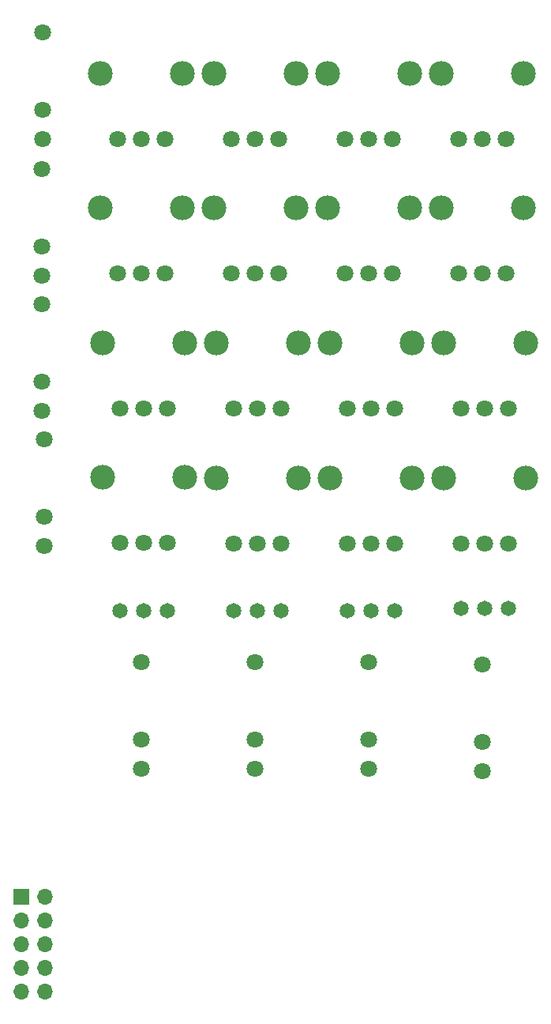
<source format=gbr>
G04 #@! TF.GenerationSoftware,KiCad,Pcbnew,(5.1.2-1)-1*
G04 #@! TF.CreationDate,2019-06-07T14:52:31+02:00*
G04 #@! TF.ProjectId,matrix-mixer-smt,6d617472-6978-42d6-9d69-7865722d736d,rev?*
G04 #@! TF.SameCoordinates,Original*
G04 #@! TF.FileFunction,Soldermask,Bot*
G04 #@! TF.FilePolarity,Negative*
%FSLAX46Y46*%
G04 Gerber Fmt 4.6, Leading zero omitted, Abs format (unit mm)*
G04 Created by KiCad (PCBNEW (5.1.2-1)-1) date 2019-06-07 14:52:31*
%MOMM*%
%LPD*%
G04 APERTURE LIST*
%ADD10C,1.800000*%
%ADD11C,1.803400*%
%ADD12C,2.667000*%
%ADD13R,1.700000X1.700000*%
%ADD14O,1.700000X1.700000*%
%ADD15C,1.651000*%
G04 APERTURE END LIST*
D10*
X58674000Y-86012000D03*
X58674000Y-97412000D03*
X58674000Y-94312000D03*
D11*
X108712163Y-111660243D03*
X106172163Y-111660243D03*
X103632163Y-111660243D03*
D12*
X101777963Y-104649843D03*
X110566363Y-104649843D03*
X98374363Y-104649843D03*
X89585963Y-104649843D03*
D11*
X91440163Y-111660243D03*
X93980163Y-111660243D03*
X96520163Y-111660243D03*
D12*
X86182363Y-104649843D03*
X77393963Y-104649843D03*
D11*
X79248163Y-111660243D03*
X81788163Y-111660243D03*
X84328163Y-111660243D03*
X72136163Y-111584043D03*
X69596163Y-111584043D03*
X67056163Y-111584043D03*
D12*
X65201963Y-104573643D03*
X73990363Y-104573643D03*
D11*
X108712163Y-97182243D03*
X106172163Y-97182243D03*
X103632163Y-97182243D03*
D12*
X101777963Y-90171843D03*
X110566363Y-90171843D03*
X98374363Y-90171843D03*
X89585963Y-90171843D03*
D11*
X91440163Y-97182243D03*
X93980163Y-97182243D03*
X96520163Y-97182243D03*
D12*
X86182363Y-90171843D03*
X77393963Y-90171843D03*
D11*
X79248163Y-97182243D03*
X81788163Y-97182243D03*
X84328163Y-97182243D03*
X72136163Y-97182243D03*
X69596163Y-97182243D03*
X67056163Y-97182243D03*
D12*
X65201963Y-90171843D03*
X73990363Y-90171843D03*
D11*
X108458163Y-82704243D03*
X105918163Y-82704243D03*
X103378163Y-82704243D03*
D12*
X101523963Y-75693843D03*
X110312363Y-75693843D03*
X98120363Y-75693843D03*
X89331963Y-75693843D03*
D11*
X91186163Y-82704243D03*
X93726163Y-82704243D03*
X96266163Y-82704243D03*
X84074163Y-82704243D03*
X81534163Y-82704243D03*
X78994163Y-82704243D03*
D12*
X77139963Y-75693843D03*
X85928363Y-75693843D03*
X73736363Y-75693843D03*
X64947963Y-75693843D03*
D11*
X66802163Y-82704243D03*
X69342163Y-82704243D03*
X71882163Y-82704243D03*
D12*
X110312363Y-61278414D03*
X101523963Y-61278414D03*
D11*
X103378163Y-68288814D03*
X105918163Y-68288814D03*
X108458163Y-68288814D03*
X96266163Y-68288814D03*
X93726163Y-68288814D03*
X91186163Y-68288814D03*
D12*
X89331963Y-61278414D03*
X98120363Y-61278414D03*
D11*
X84074163Y-68288814D03*
X81534163Y-68288814D03*
X78994163Y-68288814D03*
D12*
X77139963Y-61278414D03*
X85928363Y-61278414D03*
X73736363Y-61278414D03*
X64947963Y-61278414D03*
D11*
X66802163Y-68288814D03*
X69342163Y-68288814D03*
X71882163Y-68288814D03*
D10*
X105918000Y-132920000D03*
X105918000Y-136020000D03*
X105918000Y-124620000D03*
X93726000Y-124366000D03*
X93726000Y-135766000D03*
X93726000Y-132666000D03*
X81534000Y-124366000D03*
X81534000Y-135766000D03*
X81534000Y-132666000D03*
X69342000Y-124366000D03*
X69342000Y-135766000D03*
X69342000Y-132666000D03*
X58928000Y-108790000D03*
X58928000Y-111890000D03*
X58928000Y-100490000D03*
X58674000Y-71534000D03*
X58674000Y-82934000D03*
X58674000Y-79834000D03*
X58748000Y-56890514D03*
X58748000Y-68290514D03*
X58748000Y-65190514D03*
D13*
X56464000Y-149524000D03*
D14*
X59004000Y-149524000D03*
X56464000Y-152064000D03*
X59004000Y-152064000D03*
X56464000Y-154604000D03*
X59004000Y-154604000D03*
X56464000Y-157144000D03*
X59004000Y-157144000D03*
X56464000Y-159684000D03*
X59004000Y-159684000D03*
D15*
X67056000Y-118872000D03*
X69596000Y-118872000D03*
X72136000Y-118872000D03*
X84328000Y-118872000D03*
X81788000Y-118872000D03*
X79248000Y-118872000D03*
X91440000Y-118872000D03*
X93980000Y-118872000D03*
X96520000Y-118872000D03*
X108712000Y-118618000D03*
X106172000Y-118618000D03*
X103632000Y-118618000D03*
M02*

</source>
